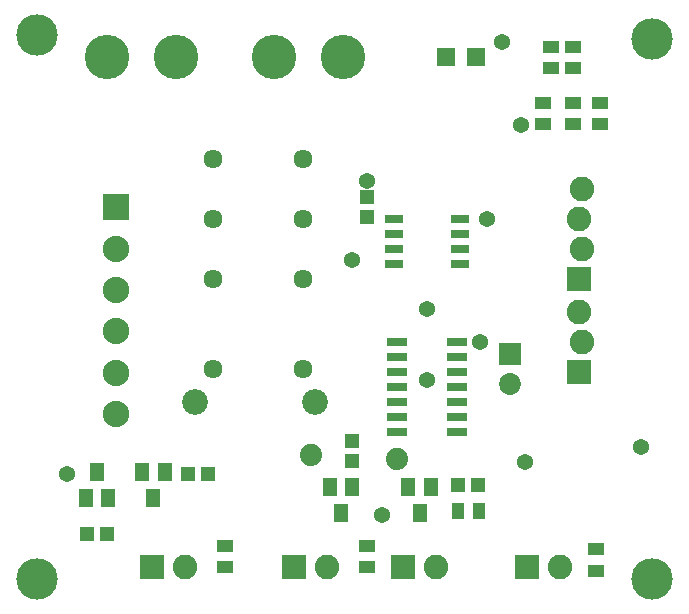
<source format=gts>
G75*
%MOIN*%
%OFA0B0*%
%FSLAX24Y24*%
%IPPOS*%
%LPD*%
%AMOC8*
5,1,8,0,0,1.08239X$1,22.5*
%
%ADD10C,0.0860*%
%ADD11R,0.0880X0.0880*%
%ADD12C,0.0880*%
%ADD13C,0.1380*%
%ADD14C,0.1480*%
%ADD15R,0.0595X0.0595*%
%ADD16C,0.0634*%
%ADD17R,0.0474X0.0513*%
%ADD18R,0.0513X0.0474*%
%ADD19R,0.0474X0.0631*%
%ADD20R,0.0640X0.0300*%
%ADD21R,0.0710X0.0300*%
%ADD22R,0.0820X0.0820*%
%ADD23C,0.0820*%
%ADD24R,0.0552X0.0395*%
%ADD25R,0.0395X0.0552*%
%ADD26R,0.0730X0.0730*%
%ADD27C,0.0730*%
%ADD28C,0.0540*%
%ADD29C,0.0740*%
D10*
X006475Y007100D03*
X010475Y007100D03*
D11*
X003850Y013600D03*
D12*
X003850Y012222D03*
X003850Y010844D03*
X003850Y009466D03*
X003850Y008088D03*
X003850Y006710D03*
D13*
X001225Y001225D03*
X001225Y019350D03*
X021725Y019225D03*
X021725Y001225D03*
D14*
X011412Y018600D03*
X009112Y018600D03*
X005838Y018600D03*
X003538Y018600D03*
D15*
X014850Y018600D03*
X015850Y018600D03*
D16*
X010100Y015225D03*
X010100Y013225D03*
X010100Y011225D03*
X007100Y011225D03*
X007100Y013225D03*
X007100Y015225D03*
X007100Y008225D03*
X010100Y008225D03*
D17*
X011725Y005810D03*
X011725Y005140D03*
X012225Y013265D03*
X012225Y013935D03*
D18*
X006935Y004725D03*
X006265Y004725D03*
X003560Y002725D03*
X002890Y002725D03*
X015265Y004350D03*
X015935Y004350D03*
D19*
X014349Y004283D03*
X013601Y004283D03*
X013975Y003417D03*
X011724Y004283D03*
X010976Y004283D03*
X011350Y003417D03*
X005474Y004783D03*
X004726Y004783D03*
X005100Y003917D03*
X003599Y003917D03*
X002851Y003917D03*
X003225Y004783D03*
D20*
X013125Y011725D03*
X013125Y012225D03*
X013125Y012725D03*
X013125Y013225D03*
X015325Y013225D03*
X015325Y012725D03*
X015325Y012225D03*
X015325Y011725D03*
D21*
X015225Y009100D03*
X015225Y008600D03*
X015225Y008100D03*
X015225Y007600D03*
X015225Y007100D03*
X015225Y006600D03*
X015225Y006100D03*
X013225Y006100D03*
X013225Y006600D03*
X013225Y007100D03*
X013225Y007600D03*
X013225Y008100D03*
X013225Y008600D03*
X013225Y009100D03*
D22*
X019300Y008100D03*
X019300Y011225D03*
X017550Y001600D03*
X013425Y001600D03*
X009800Y001600D03*
X005050Y001600D03*
D23*
X006150Y001600D03*
X010900Y001600D03*
X014525Y001600D03*
X018650Y001600D03*
X019400Y009100D03*
X019300Y010100D03*
X019400Y012225D03*
X019300Y013225D03*
X019400Y014225D03*
D24*
X019100Y016371D03*
X019100Y017079D03*
X019975Y017079D03*
X019975Y016371D03*
X018100Y016371D03*
X018100Y017079D03*
X018350Y018246D03*
X018350Y018954D03*
X019100Y018954D03*
X019100Y018246D03*
X012225Y002329D03*
X012225Y001621D03*
X007475Y001621D03*
X007475Y002329D03*
X019850Y002204D03*
X019850Y001496D03*
D25*
X015954Y003475D03*
X015246Y003475D03*
D26*
X016975Y008725D03*
D27*
X016975Y007725D03*
D28*
X015975Y009100D03*
X014225Y010225D03*
X011725Y011850D03*
X012225Y014475D03*
X016225Y013225D03*
X017350Y016350D03*
X016725Y019100D03*
X014225Y007850D03*
X017475Y005100D03*
X021350Y005600D03*
X012725Y003350D03*
X002225Y004725D03*
D29*
X010350Y005350D03*
X013225Y005225D03*
M02*

</source>
